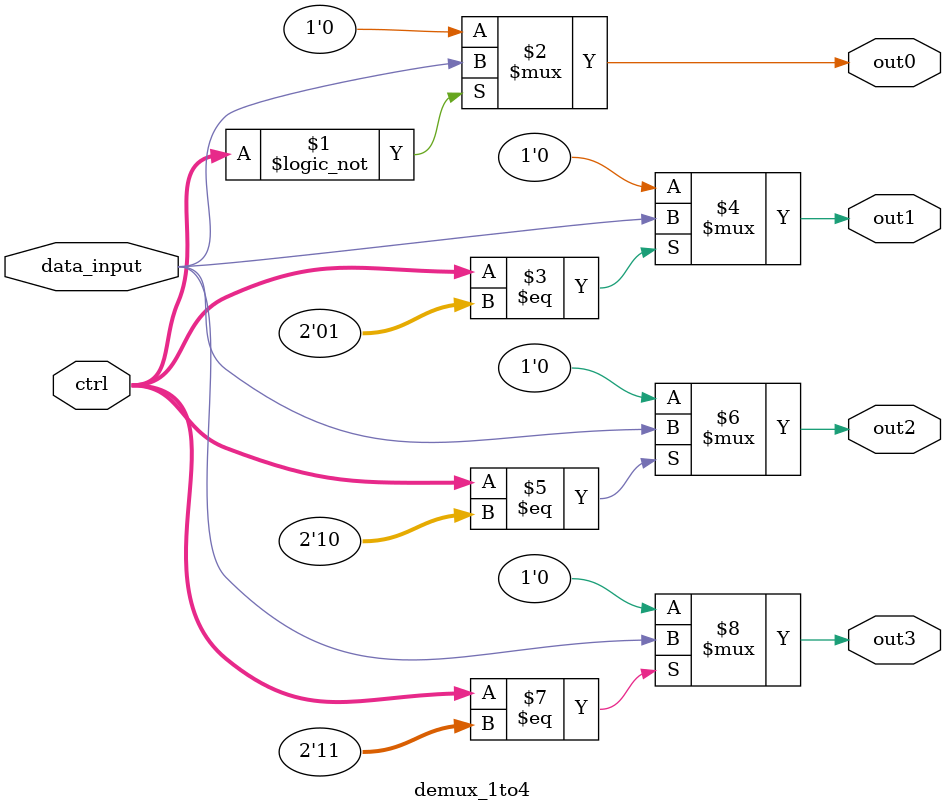
<source format=v>
module demux_1to4 (
  input wire data_input,  // Input data to be demultiplexed
  input wire [1:0] ctrl,        // Control signal to select an output
  output wire out0,       // Demuxed output 0
  output wire out1,       // Demuxed output 1
  output wire out2,       // Demuxed output 2
  output wire out3        // Demuxed output 3
);

  assign out0 = (ctrl == 2'b00) ? data_input : 1'b0;
  assign out1 = (ctrl == 2'b01) ? data_input : 1'b0;
  assign out2 = (ctrl == 2'b10) ? data_input : 1'b0;
  assign out3 = (ctrl == 2'b11) ? data_input : 1'b0;

endmodule

</source>
